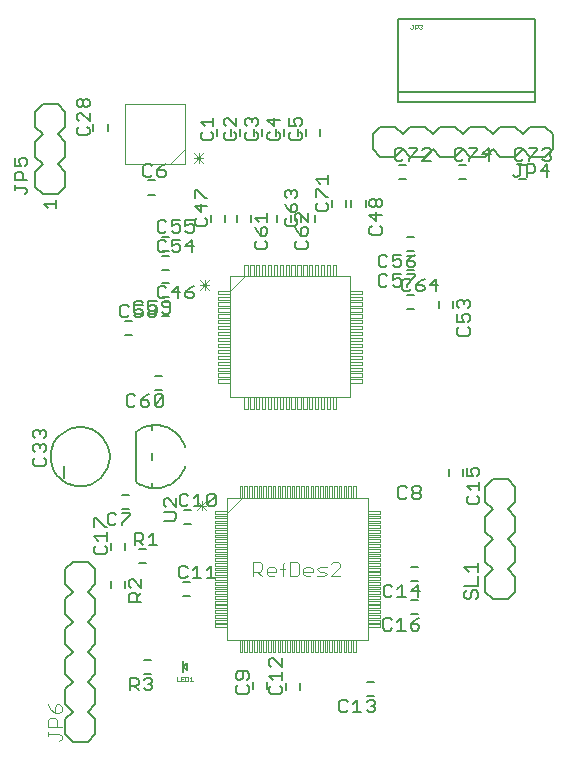
<source format=gto>
G75*
G70*
%OFA0B0*%
%FSLAX24Y24*%
%IPPOS*%
%LPD*%
%AMOC8*
5,1,8,0,0,1.08239X$1,22.5*
%
%ADD10C,0.0000*%
%ADD11C,0.0030*%
%ADD12C,0.0060*%
%ADD13C,0.0080*%
%ADD14C,0.0010*%
%ADD15C,0.0050*%
%ADD16C,0.0040*%
D10*
X006980Y005780D02*
X007380Y005780D01*
X007380Y005870D01*
X006980Y005870D01*
X006980Y005780D01*
X006980Y005930D02*
X007380Y005930D01*
X007380Y006020D01*
X006980Y006020D01*
X006980Y005930D01*
X006980Y006090D02*
X007380Y006090D01*
X007380Y006180D01*
X006980Y006180D01*
X006980Y006090D01*
X006980Y006250D02*
X007380Y006250D01*
X007380Y006340D01*
X006980Y006340D01*
X006980Y006250D01*
X006980Y006410D02*
X007380Y006410D01*
X007380Y006500D01*
X006980Y006500D01*
X006980Y006410D01*
X006980Y006560D02*
X007380Y006560D01*
X007380Y006650D01*
X006980Y006650D01*
X006980Y006560D01*
X006980Y006720D02*
X007380Y006720D01*
X007380Y006810D01*
X006980Y006810D01*
X006980Y006720D01*
X006980Y006880D02*
X007380Y006880D01*
X007380Y006970D01*
X006980Y006970D01*
X006980Y006880D01*
X006980Y007040D02*
X007380Y007040D01*
X007380Y007130D01*
X006980Y007130D01*
X006980Y007040D01*
X006980Y007190D02*
X007380Y007190D01*
X007380Y007280D01*
X006980Y007280D01*
X006980Y007190D01*
X006980Y007350D02*
X007380Y007350D01*
X007380Y007440D01*
X006980Y007440D01*
X006980Y007350D01*
X006980Y007510D02*
X007380Y007510D01*
X007380Y007600D01*
X006980Y007600D01*
X006980Y007510D01*
X006980Y007670D02*
X007380Y007670D01*
X007380Y007760D01*
X006980Y007760D01*
X006980Y007670D01*
X006980Y007820D02*
X007380Y007820D01*
X007380Y007910D01*
X006980Y007910D01*
X006980Y007820D01*
X006980Y007980D02*
X007380Y007980D01*
X007380Y008070D01*
X006980Y008070D01*
X006980Y007980D01*
X006980Y008140D02*
X007380Y008140D01*
X007380Y008230D01*
X006980Y008230D01*
X006980Y008140D01*
X006980Y008290D02*
X007380Y008290D01*
X007380Y008380D01*
X006980Y008380D01*
X006980Y008290D01*
X006980Y008450D02*
X007380Y008450D01*
X007380Y008540D01*
X006980Y008540D01*
X006980Y008450D01*
X006980Y008610D02*
X007380Y008610D01*
X007380Y008700D01*
X006980Y008700D01*
X006980Y008610D01*
X006980Y008770D02*
X007380Y008770D01*
X007380Y008860D01*
X006980Y008860D01*
X006980Y008770D01*
X006980Y008920D02*
X007380Y008920D01*
X007380Y009010D01*
X006980Y009010D01*
X006980Y008920D01*
X006980Y009080D02*
X007380Y009080D01*
X007380Y009170D01*
X006980Y009170D01*
X006980Y009080D01*
X006980Y009240D02*
X007380Y009240D01*
X007380Y009330D01*
X006980Y009330D01*
X006980Y009240D01*
X006980Y009400D02*
X007380Y009400D01*
X007380Y009490D01*
X006980Y009490D01*
X006980Y009400D01*
X006980Y009550D02*
X007380Y009550D01*
X007380Y009570D01*
X007880Y010070D01*
X007900Y010070D01*
X007900Y010470D01*
X007810Y010470D01*
X007810Y010070D01*
X007880Y010070D01*
X007960Y010070D02*
X007960Y010470D01*
X008050Y010470D01*
X008050Y010070D01*
X007960Y010070D01*
X008120Y010070D02*
X008120Y010470D01*
X008210Y010470D01*
X008210Y010070D01*
X008120Y010070D01*
X008280Y010070D02*
X008280Y010470D01*
X008370Y010470D01*
X008370Y010070D01*
X008280Y010070D01*
X008440Y010070D02*
X008440Y010470D01*
X008530Y010470D01*
X008530Y010070D01*
X008440Y010070D01*
X008590Y010070D02*
X008590Y010470D01*
X008680Y010470D01*
X008680Y010070D01*
X008590Y010070D01*
X008750Y010070D02*
X008750Y010470D01*
X008840Y010470D01*
X008840Y010070D01*
X008750Y010070D01*
X008910Y010070D02*
X008910Y010470D01*
X009000Y010470D01*
X009000Y010070D01*
X008910Y010070D01*
X009070Y010070D02*
X009070Y010470D01*
X009160Y010470D01*
X009160Y010070D01*
X009070Y010070D01*
X009220Y010070D02*
X009220Y010470D01*
X009310Y010470D01*
X009310Y010070D01*
X009220Y010070D01*
X009380Y010070D02*
X009380Y010470D01*
X009470Y010470D01*
X009470Y010070D01*
X009380Y010070D01*
X009540Y010070D02*
X009540Y010470D01*
X009630Y010470D01*
X009630Y010070D01*
X009540Y010070D01*
X009700Y010070D02*
X009700Y010470D01*
X009790Y010470D01*
X009790Y010070D01*
X009700Y010070D01*
X009850Y010070D02*
X009850Y010470D01*
X009940Y010470D01*
X009940Y010070D01*
X009850Y010070D01*
X010010Y010070D02*
X010010Y010470D01*
X010100Y010470D01*
X010100Y010070D01*
X010010Y010070D01*
X010170Y010070D02*
X010170Y010470D01*
X010260Y010470D01*
X010260Y010070D01*
X010170Y010070D01*
X010320Y010070D02*
X010320Y010470D01*
X010410Y010470D01*
X010410Y010070D01*
X010320Y010070D01*
X010480Y010070D02*
X010480Y010470D01*
X010570Y010470D01*
X010570Y010070D01*
X010480Y010070D01*
X010640Y010070D02*
X010640Y010470D01*
X010730Y010470D01*
X010730Y010070D01*
X010640Y010070D01*
X010800Y010070D02*
X010800Y010470D01*
X010890Y010470D01*
X010890Y010070D01*
X010800Y010070D01*
X010950Y010070D02*
X010950Y010470D01*
X011040Y010470D01*
X011040Y010070D01*
X010950Y010070D01*
X011110Y010070D02*
X011110Y010470D01*
X011200Y010470D01*
X011200Y010070D01*
X011110Y010070D01*
X011270Y010070D02*
X011270Y010470D01*
X011360Y010470D01*
X011360Y010070D01*
X011270Y010070D01*
X011430Y010070D02*
X011430Y010470D01*
X011520Y010470D01*
X011520Y010070D01*
X011430Y010070D01*
X011580Y010070D02*
X011580Y010470D01*
X011670Y010470D01*
X011670Y010070D01*
X011580Y010070D01*
X012100Y010070D02*
X007380Y010070D01*
X007380Y005350D01*
X012100Y005350D01*
X012100Y010070D01*
X012100Y009640D02*
X012500Y009640D01*
X012500Y009550D01*
X012100Y009550D01*
X012100Y009640D01*
X012100Y009490D02*
X012500Y009490D01*
X012500Y009400D01*
X012100Y009400D01*
X012100Y009490D01*
X012100Y009330D02*
X012500Y009330D01*
X012500Y009240D01*
X012100Y009240D01*
X012100Y009330D01*
X012100Y009170D02*
X012500Y009170D01*
X012500Y009080D01*
X012100Y009080D01*
X012100Y009170D01*
X012100Y009010D02*
X012500Y009010D01*
X012500Y008920D01*
X012100Y008920D01*
X012100Y009010D01*
X012100Y008860D02*
X012500Y008860D01*
X012500Y008770D01*
X012100Y008770D01*
X012100Y008860D01*
X012100Y008700D02*
X012500Y008700D01*
X012500Y008610D01*
X012100Y008610D01*
X012100Y008700D01*
X012100Y008540D02*
X012500Y008540D01*
X012500Y008450D01*
X012100Y008450D01*
X012100Y008540D01*
X012100Y008380D02*
X012500Y008380D01*
X012500Y008290D01*
X012100Y008290D01*
X012100Y008380D01*
X012100Y008230D02*
X012500Y008230D01*
X012500Y008140D01*
X012100Y008140D01*
X012100Y008230D01*
X012100Y008070D02*
X012500Y008070D01*
X012500Y007980D01*
X012100Y007980D01*
X012100Y008070D01*
X012100Y007910D02*
X012500Y007910D01*
X012500Y007820D01*
X012100Y007820D01*
X012100Y007910D01*
X012100Y007750D02*
X012500Y007750D01*
X012500Y007660D01*
X012100Y007660D01*
X012100Y007750D01*
X012100Y007600D02*
X012500Y007600D01*
X012500Y007510D01*
X012100Y007510D01*
X012100Y007600D01*
X012100Y007440D02*
X012500Y007440D01*
X012500Y007350D01*
X012100Y007350D01*
X012100Y007440D01*
X012100Y007280D02*
X012500Y007280D01*
X012500Y007190D01*
X012100Y007190D01*
X012100Y007280D01*
X012100Y007130D02*
X012500Y007130D01*
X012500Y007040D01*
X012100Y007040D01*
X012100Y007130D01*
X012100Y006970D02*
X012500Y006970D01*
X012500Y006880D01*
X012100Y006880D01*
X012100Y006970D01*
X012100Y006810D02*
X012500Y006810D01*
X012500Y006720D01*
X012100Y006720D01*
X012100Y006810D01*
X012100Y006650D02*
X012500Y006650D01*
X012500Y006560D01*
X012100Y006560D01*
X012100Y006650D01*
X012100Y006500D02*
X012500Y006500D01*
X012500Y006410D01*
X012100Y006410D01*
X012100Y006500D01*
X012100Y006340D02*
X012500Y006340D01*
X012500Y006250D01*
X012100Y006250D01*
X012100Y006340D01*
X012100Y006180D02*
X012500Y006180D01*
X012500Y006090D01*
X012100Y006090D01*
X012100Y006180D01*
X012100Y006020D02*
X012500Y006020D01*
X012500Y005930D01*
X012100Y005930D01*
X012100Y006020D01*
X012100Y005870D02*
X012500Y005870D01*
X012500Y005780D01*
X012100Y005780D01*
X012100Y005870D01*
X011670Y005350D02*
X011670Y004950D01*
X011580Y004950D01*
X011580Y005350D01*
X011670Y005350D01*
X011520Y005350D02*
X011520Y004950D01*
X011430Y004950D01*
X011430Y005350D01*
X011520Y005350D01*
X011360Y005350D02*
X011360Y004950D01*
X011270Y004950D01*
X011270Y005350D01*
X011360Y005350D01*
X011200Y005350D02*
X011200Y004950D01*
X011110Y004950D01*
X011110Y005350D01*
X011200Y005350D01*
X011040Y005350D02*
X011040Y004950D01*
X010950Y004950D01*
X010950Y005350D01*
X011040Y005350D01*
X010890Y005350D02*
X010890Y004950D01*
X010800Y004950D01*
X010800Y005350D01*
X010890Y005350D01*
X010730Y005350D02*
X010730Y004950D01*
X010640Y004950D01*
X010640Y005350D01*
X010730Y005350D01*
X010570Y005350D02*
X010570Y004950D01*
X010480Y004950D01*
X010480Y005350D01*
X010570Y005350D01*
X010410Y005350D02*
X010410Y004950D01*
X010320Y004950D01*
X010320Y005350D01*
X010410Y005350D01*
X010260Y005350D02*
X010260Y004950D01*
X010170Y004950D01*
X010170Y005350D01*
X010260Y005350D01*
X010100Y005350D02*
X010100Y004950D01*
X010010Y004950D01*
X010010Y005350D01*
X010100Y005350D01*
X009940Y005350D02*
X009940Y004950D01*
X009850Y004950D01*
X009850Y005350D01*
X009940Y005350D01*
X009780Y005350D02*
X009780Y004950D01*
X009690Y004950D01*
X009690Y005350D01*
X009780Y005350D01*
X009630Y005350D02*
X009630Y004950D01*
X009540Y004950D01*
X009540Y005350D01*
X009630Y005350D01*
X009470Y005350D02*
X009470Y004950D01*
X009380Y004950D01*
X009380Y005350D01*
X009470Y005350D01*
X009310Y005350D02*
X009310Y004950D01*
X009220Y004950D01*
X009220Y005350D01*
X009310Y005350D01*
X009160Y005350D02*
X009160Y004950D01*
X009070Y004950D01*
X009070Y005350D01*
X009160Y005350D01*
X009000Y005350D02*
X009000Y004950D01*
X008910Y004950D01*
X008910Y005350D01*
X009000Y005350D01*
X008840Y005350D02*
X008840Y004950D01*
X008750Y004950D01*
X008750Y005350D01*
X008840Y005350D01*
X008680Y005350D02*
X008680Y004950D01*
X008590Y004950D01*
X008590Y005350D01*
X008680Y005350D01*
X008530Y005350D02*
X008530Y004950D01*
X008440Y004950D01*
X008440Y005350D01*
X008530Y005350D01*
X008370Y005350D02*
X008370Y004950D01*
X008280Y004950D01*
X008280Y005350D01*
X008370Y005350D01*
X008210Y005350D02*
X008210Y004950D01*
X008120Y004950D01*
X008120Y005350D01*
X008210Y005350D01*
X008050Y005350D02*
X008050Y004950D01*
X007960Y004950D01*
X007960Y005350D01*
X008050Y005350D01*
X007900Y005350D02*
X007900Y004950D01*
X007810Y004950D01*
X007810Y005350D01*
X007900Y005350D01*
X007380Y009570D02*
X007380Y009640D01*
X006980Y009640D01*
X006980Y009550D01*
X007960Y013060D02*
X008070Y013060D01*
X008070Y013450D01*
X007960Y013450D01*
X007960Y013060D01*
X008160Y013060D02*
X008160Y013450D01*
X008270Y013450D01*
X008270Y013060D01*
X008160Y013060D01*
X008350Y013060D02*
X008460Y013060D01*
X008460Y013450D01*
X008350Y013450D01*
X008350Y013060D01*
X008550Y013060D02*
X008550Y013450D01*
X008660Y013450D01*
X008660Y013060D01*
X008550Y013060D01*
X008750Y013060D02*
X008750Y013450D01*
X008860Y013450D01*
X008860Y013060D01*
X008750Y013060D01*
X008940Y013060D02*
X008940Y013450D01*
X009050Y013450D01*
X009050Y013060D01*
X008940Y013060D01*
X009140Y013060D02*
X009140Y013450D01*
X009250Y013450D01*
X009250Y013060D01*
X009140Y013060D01*
X009340Y013060D02*
X009340Y013450D01*
X009450Y013450D01*
X009450Y013060D01*
X009340Y013060D01*
X009530Y013060D02*
X009530Y013450D01*
X009640Y013450D01*
X009640Y013060D01*
X009530Y013060D01*
X009730Y013060D02*
X009730Y013450D01*
X009840Y013450D01*
X009840Y013060D01*
X009730Y013060D01*
X009930Y013060D02*
X009930Y013450D01*
X010040Y013450D01*
X010040Y013060D01*
X009930Y013060D01*
X010120Y013060D02*
X010120Y013450D01*
X010230Y013450D01*
X010230Y013060D01*
X010120Y013060D01*
X010320Y013060D02*
X010320Y013450D01*
X010430Y013450D01*
X010430Y013060D01*
X010320Y013060D01*
X010520Y013060D02*
X010520Y013450D01*
X010630Y013450D01*
X010630Y013060D01*
X010520Y013060D01*
X010710Y013060D02*
X010710Y013450D01*
X010820Y013450D01*
X010820Y013060D01*
X010710Y013060D01*
X010910Y013060D02*
X010910Y013450D01*
X011020Y013450D01*
X011020Y013060D01*
X010910Y013060D01*
X011500Y013450D02*
X011500Y017470D01*
X007480Y017470D01*
X007480Y013450D01*
X011500Y013450D01*
X011500Y013930D02*
X011890Y013930D01*
X011890Y014040D01*
X011500Y014040D01*
X011500Y013930D01*
X011500Y014130D02*
X011890Y014130D01*
X011890Y014240D01*
X011500Y014240D01*
X011500Y014130D01*
X011500Y014320D02*
X011890Y014320D01*
X011890Y014430D01*
X011500Y014430D01*
X011500Y014320D01*
X011500Y014520D02*
X011890Y014520D01*
X011890Y014630D01*
X011500Y014630D01*
X011500Y014520D01*
X011500Y014720D02*
X011890Y014720D01*
X011890Y014830D01*
X011500Y014830D01*
X011500Y014720D01*
X011500Y014910D02*
X011890Y014910D01*
X011890Y015020D01*
X011500Y015020D01*
X011500Y014910D01*
X011500Y015110D02*
X011890Y015110D01*
X011890Y015220D01*
X011500Y015220D01*
X011500Y015110D01*
X011500Y015310D02*
X011890Y015310D01*
X011890Y015420D01*
X011500Y015420D01*
X011500Y015310D01*
X011500Y015500D02*
X011890Y015500D01*
X011890Y015610D01*
X011500Y015610D01*
X011500Y015500D01*
X011500Y015700D02*
X011890Y015700D01*
X011890Y015810D01*
X011500Y015810D01*
X011500Y015700D01*
X011500Y015900D02*
X011890Y015900D01*
X011890Y016010D01*
X011500Y016010D01*
X011500Y015900D01*
X011500Y016090D02*
X011890Y016090D01*
X011890Y016200D01*
X011500Y016200D01*
X011500Y016090D01*
X011500Y016290D02*
X011890Y016290D01*
X011890Y016400D01*
X011500Y016400D01*
X011500Y016290D01*
X011500Y016490D02*
X011890Y016490D01*
X011890Y016600D01*
X011500Y016600D01*
X011500Y016490D01*
X011500Y016680D02*
X011890Y016680D01*
X011890Y016790D01*
X011500Y016790D01*
X011500Y016680D01*
X011500Y016880D02*
X011890Y016880D01*
X011890Y016990D01*
X011500Y016990D01*
X011500Y016880D01*
X011020Y017470D02*
X011020Y017860D01*
X010910Y017860D01*
X010910Y017470D01*
X011020Y017470D01*
X010820Y017470D02*
X010820Y017860D01*
X010710Y017860D01*
X010710Y017470D01*
X010820Y017470D01*
X010630Y017470D02*
X010630Y017860D01*
X010520Y017860D01*
X010520Y017470D01*
X010630Y017470D01*
X010430Y017470D02*
X010430Y017860D01*
X010320Y017860D01*
X010320Y017470D01*
X010430Y017470D01*
X010230Y017470D02*
X010230Y017860D01*
X010120Y017860D01*
X010120Y017470D01*
X010230Y017470D01*
X010040Y017470D02*
X010040Y017860D01*
X009930Y017860D01*
X009930Y017470D01*
X010040Y017470D01*
X009840Y017470D02*
X009840Y017860D01*
X009730Y017860D01*
X009730Y017470D01*
X009840Y017470D01*
X009640Y017470D02*
X009640Y017860D01*
X009530Y017860D01*
X009530Y017470D01*
X009640Y017470D01*
X009450Y017470D02*
X009450Y017860D01*
X009340Y017860D01*
X009340Y017470D01*
X009450Y017470D01*
X009250Y017470D02*
X009250Y017860D01*
X009140Y017860D01*
X009140Y017470D01*
X009250Y017470D01*
X009050Y017470D02*
X009050Y017860D01*
X008940Y017860D01*
X008940Y017470D01*
X009050Y017470D01*
X008860Y017470D02*
X008860Y017860D01*
X008750Y017860D01*
X008750Y017470D01*
X008860Y017470D01*
X008660Y017470D02*
X008660Y017860D01*
X008550Y017860D01*
X008550Y017470D01*
X008660Y017470D01*
X008460Y017470D02*
X008460Y017860D01*
X008350Y017860D01*
X008350Y017470D01*
X008460Y017470D01*
X008270Y017470D02*
X008270Y017860D01*
X008160Y017860D01*
X008160Y017470D01*
X008270Y017470D01*
X008070Y017470D02*
X008070Y017860D01*
X007960Y017860D01*
X007960Y017470D01*
X007980Y017470D01*
X007480Y016970D01*
X007480Y016990D01*
X007090Y016990D01*
X007090Y016880D01*
X007480Y016880D01*
X007480Y016970D01*
X007480Y016790D02*
X007090Y016790D01*
X007090Y016680D01*
X007480Y016680D01*
X007480Y016790D01*
X007480Y016600D02*
X007090Y016600D01*
X007090Y016490D01*
X007480Y016490D01*
X007480Y016600D01*
X007480Y016400D02*
X007090Y016400D01*
X007090Y016290D01*
X007480Y016290D01*
X007480Y016400D01*
X007480Y016200D02*
X007090Y016200D01*
X007090Y016090D01*
X007480Y016090D01*
X007480Y016200D01*
X007480Y016010D02*
X007090Y016010D01*
X007090Y015900D01*
X007480Y015900D01*
X007480Y016010D01*
X007480Y015810D02*
X007090Y015810D01*
X007090Y015700D01*
X007480Y015700D01*
X007480Y015810D01*
X007480Y015610D02*
X007090Y015610D01*
X007090Y015500D01*
X007480Y015500D01*
X007480Y015610D01*
X007480Y015420D02*
X007090Y015420D01*
X007090Y015310D01*
X007480Y015310D01*
X007480Y015420D01*
X007480Y015220D02*
X007090Y015220D01*
X007090Y015110D01*
X007480Y015110D01*
X007480Y015220D01*
X007480Y015020D02*
X007090Y015020D01*
X007090Y014910D01*
X007480Y014910D01*
X007480Y015020D01*
X007480Y014830D02*
X007090Y014830D01*
X007090Y014720D01*
X007480Y014720D01*
X007480Y014830D01*
X007480Y014630D02*
X007090Y014630D01*
X007090Y014520D01*
X007480Y014520D01*
X007480Y014630D01*
X007480Y014430D02*
X007090Y014430D01*
X007090Y014320D01*
X007480Y014320D01*
X007480Y014430D01*
X007480Y014240D02*
X007090Y014240D01*
X007090Y014130D01*
X007480Y014130D01*
X007480Y014240D01*
X007480Y014040D02*
X007090Y014040D01*
X007090Y013930D01*
X007480Y013930D01*
X007480Y014040D01*
X007980Y017470D02*
X008070Y017470D01*
X006000Y021200D02*
X006000Y023220D01*
X003980Y023220D01*
X003980Y021200D01*
X006000Y021200D01*
X006000Y021620D02*
X006000Y021770D01*
X006000Y021700D02*
X005500Y021200D01*
X005430Y021200D02*
X005580Y021200D01*
X005320Y021200D02*
X005170Y021200D01*
X005060Y021200D02*
X004920Y021200D01*
X004810Y021200D02*
X004660Y021200D01*
X004550Y021200D02*
X004400Y021200D01*
X003980Y021620D02*
X003980Y021770D01*
X003980Y021880D02*
X003980Y022030D01*
X003980Y022140D02*
X003980Y022280D01*
X003980Y022390D02*
X003980Y022540D01*
X003980Y022650D02*
X003980Y022800D01*
X004400Y023220D02*
X004550Y023220D01*
X004660Y023220D02*
X004810Y023220D01*
X004920Y023220D02*
X005060Y023220D01*
X005170Y023220D02*
X005320Y023220D01*
X005430Y023220D02*
X005580Y023220D01*
X006000Y022800D02*
X006000Y022650D01*
X006000Y022540D02*
X006000Y022390D01*
X006000Y022280D02*
X006000Y022140D01*
X006000Y022030D02*
X006000Y021880D01*
D11*
X006281Y021577D02*
X006595Y021263D01*
X006595Y021420D02*
X006281Y021420D01*
X006281Y021263D02*
X006595Y021577D01*
X006438Y021577D02*
X006438Y021263D01*
X006485Y017337D02*
X006799Y017023D01*
X006642Y017023D02*
X006642Y017337D01*
X006799Y017337D02*
X006485Y017023D01*
X006485Y017180D02*
X006799Y017180D01*
X006699Y009987D02*
X006385Y009673D01*
X006542Y009673D02*
X006542Y009987D01*
X006385Y009987D02*
X006699Y009673D01*
X006699Y009830D02*
X006385Y009830D01*
X008245Y007945D02*
X008245Y007475D01*
X008245Y007632D02*
X008480Y007632D01*
X008559Y007710D01*
X008559Y007867D01*
X008480Y007945D01*
X008245Y007945D01*
X008402Y007632D02*
X008559Y007475D01*
X008705Y007553D02*
X008705Y007710D01*
X008784Y007789D01*
X008941Y007789D01*
X009019Y007710D01*
X009019Y007632D01*
X008705Y007632D01*
X008705Y007553D02*
X008784Y007475D01*
X008941Y007475D01*
X009244Y007475D02*
X009244Y007867D01*
X009323Y007945D01*
X009473Y007945D02*
X009708Y007945D01*
X009786Y007867D01*
X009786Y007553D01*
X009708Y007475D01*
X009473Y007475D01*
X009473Y007945D01*
X009323Y007710D02*
X009166Y007710D01*
X009933Y007710D02*
X010012Y007789D01*
X010168Y007789D01*
X010247Y007710D01*
X010247Y007632D01*
X009933Y007632D01*
X009933Y007710D02*
X009933Y007553D01*
X010012Y007475D01*
X010168Y007475D01*
X010393Y007475D02*
X010629Y007475D01*
X010707Y007553D01*
X010629Y007632D01*
X010472Y007632D01*
X010393Y007710D01*
X010472Y007789D01*
X010707Y007789D01*
X010854Y007867D02*
X010932Y007945D01*
X011089Y007945D01*
X011167Y007867D01*
X011167Y007789D01*
X010854Y007475D01*
X011167Y007475D01*
D12*
X013532Y007324D02*
X013768Y007324D01*
X013768Y007796D02*
X013532Y007796D01*
X013522Y006686D02*
X013758Y006686D01*
X013758Y006214D02*
X013522Y006214D01*
X012288Y003956D02*
X012052Y003956D01*
X012052Y003484D02*
X012288Y003484D01*
X009816Y003682D02*
X009816Y003918D01*
X009344Y003918D02*
X009344Y003682D01*
X008716Y003702D02*
X008716Y003938D01*
X008244Y003938D02*
X008244Y003702D01*
X006168Y006804D02*
X005932Y006804D01*
X005932Y007276D02*
X006168Y007276D01*
X004688Y007904D02*
X004452Y007904D01*
X004452Y008376D02*
X004688Y008376D01*
X003976Y008342D02*
X003976Y008578D01*
X003504Y008578D02*
X003504Y008342D01*
X003504Y007328D02*
X003504Y007092D01*
X003976Y007092D02*
X003976Y007328D01*
X003872Y009724D02*
X004108Y009724D01*
X004108Y010196D02*
X003872Y010196D01*
X005952Y009676D02*
X006188Y009676D01*
X006188Y009204D02*
X005952Y009204D01*
X005208Y013674D02*
X004972Y013674D01*
X004972Y014146D02*
X005208Y014146D01*
X004208Y015504D02*
X003972Y015504D01*
X003972Y015976D02*
X004208Y015976D01*
X005222Y016134D02*
X005458Y016134D01*
X005458Y016606D02*
X005222Y016606D01*
X005222Y016774D02*
X005458Y016774D01*
X005458Y017246D02*
X005222Y017246D01*
X005222Y017674D02*
X005458Y017674D01*
X005458Y018146D02*
X005222Y018146D01*
X005222Y018324D02*
X005458Y018324D01*
X005458Y018796D02*
X005222Y018796D01*
X004978Y020194D02*
X004742Y020194D01*
X004742Y020666D02*
X004978Y020666D01*
X003406Y022322D02*
X003406Y022558D01*
X002934Y022558D02*
X002934Y022322D01*
X006854Y019528D02*
X006854Y019292D01*
X007326Y019292D02*
X007326Y019528D01*
X007704Y019528D02*
X007704Y019292D01*
X008176Y019292D02*
X008176Y019528D01*
X009054Y019528D02*
X009054Y019292D01*
X009526Y019292D02*
X009526Y019528D01*
X009854Y019528D02*
X009854Y019292D01*
X010326Y019292D02*
X010326Y019528D01*
X010894Y019782D02*
X010894Y020018D01*
X011366Y020018D02*
X011366Y019782D01*
X011534Y019782D02*
X011534Y020018D01*
X012006Y020018D02*
X012006Y019782D01*
X013122Y020724D02*
X013358Y020724D01*
X013358Y021196D02*
X013122Y021196D01*
X013372Y018796D02*
X013608Y018796D01*
X013608Y018324D02*
X013372Y018324D01*
X013372Y018146D02*
X013608Y018146D01*
X013608Y017674D02*
X013372Y017674D01*
X013372Y016846D02*
X013608Y016846D01*
X013608Y016374D02*
X013372Y016374D01*
X014464Y016412D02*
X014464Y016648D01*
X014936Y016648D02*
X014936Y016412D01*
X015122Y020724D02*
X015358Y020724D01*
X015358Y021196D02*
X015122Y021196D01*
X017122Y021196D02*
X017358Y021196D01*
X017358Y020724D02*
X017122Y020724D01*
X010486Y022152D02*
X010486Y022388D01*
X010014Y022388D02*
X010014Y022152D01*
X009756Y022152D02*
X009756Y022388D01*
X009284Y022388D02*
X009284Y022152D01*
X009016Y022152D02*
X009016Y022388D01*
X008544Y022388D02*
X008544Y022152D01*
X008296Y022152D02*
X008296Y022388D01*
X007824Y022388D02*
X007824Y022152D01*
X007536Y022152D02*
X007536Y022388D01*
X007064Y022388D02*
X007064Y022152D01*
X014774Y011038D02*
X014774Y010802D01*
X015246Y010802D02*
X015246Y011038D01*
X004858Y004696D02*
X004622Y004696D01*
X004622Y004224D02*
X004858Y004224D01*
D13*
X004830Y004095D02*
X004900Y004025D01*
X004900Y003955D01*
X004830Y003885D01*
X004900Y003815D01*
X004900Y003745D01*
X004830Y003675D01*
X004690Y003675D01*
X004620Y003745D01*
X004439Y003675D02*
X004299Y003815D01*
X004369Y003815D02*
X004159Y003815D01*
X004159Y003675D02*
X004159Y004095D01*
X004369Y004095D01*
X004439Y004025D01*
X004439Y003885D01*
X004369Y003815D01*
X004620Y004025D02*
X004690Y004095D01*
X004830Y004095D01*
X004830Y003885D02*
X004760Y003885D01*
X002990Y003710D02*
X002990Y003210D01*
X002740Y002960D01*
X002990Y002710D01*
X002990Y002210D01*
X002740Y001960D01*
X002240Y001960D01*
X001990Y002210D01*
X001990Y002710D01*
X002240Y002960D01*
X001990Y003210D01*
X001990Y003710D01*
X002240Y003960D01*
X001990Y004210D01*
X001990Y004710D01*
X002240Y004960D01*
X001990Y005210D01*
X001990Y005710D01*
X002240Y005960D01*
X001990Y006210D01*
X001990Y006710D01*
X002240Y006960D01*
X001990Y007210D01*
X001990Y007710D01*
X002240Y007960D01*
X002740Y007960D01*
X002990Y007710D01*
X002990Y007210D01*
X002740Y006960D01*
X002990Y006710D01*
X002990Y006210D01*
X002740Y005960D01*
X002990Y005710D01*
X002990Y005210D01*
X002740Y004960D01*
X002990Y004710D01*
X002990Y004210D01*
X002740Y003960D01*
X002990Y003710D01*
X004105Y006629D02*
X004105Y006839D01*
X004175Y006909D01*
X004315Y006909D01*
X004385Y006839D01*
X004385Y006629D01*
X004525Y006629D02*
X004105Y006629D01*
X004385Y006769D02*
X004525Y006909D01*
X004525Y007090D02*
X004245Y007370D01*
X004175Y007370D01*
X004105Y007300D01*
X004105Y007160D01*
X004175Y007090D01*
X004525Y007090D02*
X004525Y007370D01*
X004590Y008505D02*
X004450Y008645D01*
X004520Y008645D02*
X004310Y008645D01*
X004310Y008505D02*
X004310Y008925D01*
X004520Y008925D01*
X004590Y008855D01*
X004590Y008715D01*
X004520Y008645D01*
X004770Y008505D02*
X005051Y008505D01*
X004911Y008505D02*
X004911Y008925D01*
X004770Y008785D01*
X005280Y009329D02*
X005630Y009329D01*
X005700Y009399D01*
X005700Y009539D01*
X005630Y009609D01*
X005280Y009609D01*
X005350Y009790D02*
X005280Y009860D01*
X005280Y010000D01*
X005350Y010070D01*
X005420Y010070D01*
X005700Y009790D01*
X005700Y010070D01*
X005810Y010155D02*
X005810Y009875D01*
X005880Y009805D01*
X006020Y009805D01*
X006090Y009875D01*
X006270Y009805D02*
X006551Y009805D01*
X006411Y009805D02*
X006411Y010225D01*
X006270Y010085D01*
X006090Y010155D02*
X006020Y010225D01*
X005880Y010225D01*
X005810Y010155D01*
X006731Y010155D02*
X006731Y009875D01*
X007011Y010155D01*
X007011Y009875D01*
X006941Y009805D01*
X006801Y009805D01*
X006731Y009875D01*
X006731Y010155D02*
X006801Y010225D01*
X006941Y010225D01*
X007011Y010155D01*
X006851Y007825D02*
X006851Y007405D01*
X006711Y007405D02*
X006991Y007405D01*
X006711Y007685D02*
X006851Y007825D01*
X006391Y007825D02*
X006391Y007405D01*
X006531Y007405D02*
X006250Y007405D01*
X006070Y007475D02*
X006000Y007405D01*
X005860Y007405D01*
X005790Y007475D01*
X005790Y007755D01*
X005860Y007825D01*
X006000Y007825D01*
X006070Y007755D01*
X006250Y007685D02*
X006391Y007825D01*
X004150Y009525D02*
X003870Y009245D01*
X003870Y009175D01*
X003689Y009245D02*
X003619Y009175D01*
X003479Y009175D01*
X003409Y009245D01*
X003409Y009525D01*
X003479Y009595D01*
X003619Y009595D01*
X003689Y009525D01*
X003870Y009595D02*
X004150Y009595D01*
X004150Y009525D01*
X003375Y009121D02*
X003305Y009121D01*
X003025Y009401D01*
X002955Y009401D01*
X002955Y009121D01*
X002955Y008801D02*
X003375Y008801D01*
X003375Y008941D02*
X003375Y008660D01*
X003305Y008480D02*
X003375Y008410D01*
X003375Y008270D01*
X003305Y008200D01*
X003025Y008200D01*
X002955Y008270D01*
X002955Y008410D01*
X003025Y008480D01*
X003095Y008660D02*
X002955Y008801D01*
X001940Y010760D02*
X001940Y011160D01*
X001350Y011220D02*
X001350Y011360D01*
X001280Y011430D01*
X001280Y011610D02*
X001350Y011680D01*
X001350Y011821D01*
X001280Y011891D01*
X001210Y011891D01*
X001140Y011821D01*
X001140Y011751D01*
X001140Y011821D02*
X001070Y011891D01*
X001000Y011891D01*
X000930Y011821D01*
X000930Y011680D01*
X001000Y011610D01*
X001000Y011430D02*
X000930Y011360D01*
X000930Y011220D01*
X001000Y011150D01*
X001280Y011150D01*
X001350Y011220D01*
X001280Y012071D02*
X001350Y012141D01*
X001350Y012281D01*
X001280Y012351D01*
X001210Y012351D01*
X001140Y012281D01*
X001140Y012211D01*
X001140Y012281D02*
X001070Y012351D01*
X001000Y012351D01*
X000930Y012281D01*
X000930Y012141D01*
X001000Y012071D01*
X001506Y011460D02*
X001508Y011522D01*
X001514Y011585D01*
X001524Y011646D01*
X001538Y011707D01*
X001555Y011767D01*
X001576Y011826D01*
X001602Y011883D01*
X001630Y011938D01*
X001662Y011992D01*
X001698Y012043D01*
X001736Y012093D01*
X001778Y012139D01*
X001822Y012183D01*
X001870Y012224D01*
X001919Y012262D01*
X001971Y012296D01*
X002025Y012327D01*
X002081Y012355D01*
X002139Y012379D01*
X002198Y012400D01*
X002258Y012416D01*
X002319Y012429D01*
X002381Y012438D01*
X002443Y012443D01*
X002506Y012444D01*
X002568Y012441D01*
X002630Y012434D01*
X002692Y012423D01*
X002752Y012408D01*
X002812Y012390D01*
X002870Y012368D01*
X002927Y012342D01*
X002982Y012312D01*
X003035Y012279D01*
X003086Y012243D01*
X003134Y012204D01*
X003180Y012161D01*
X003223Y012116D01*
X003263Y012068D01*
X003300Y012018D01*
X003334Y011965D01*
X003365Y011911D01*
X003391Y011855D01*
X003415Y011797D01*
X003434Y011737D01*
X003450Y011677D01*
X003462Y011615D01*
X003470Y011554D01*
X003474Y011491D01*
X003474Y011429D01*
X003470Y011366D01*
X003462Y011305D01*
X003450Y011243D01*
X003434Y011183D01*
X003415Y011123D01*
X003391Y011065D01*
X003365Y011009D01*
X003334Y010955D01*
X003300Y010902D01*
X003263Y010852D01*
X003223Y010804D01*
X003180Y010759D01*
X003134Y010716D01*
X003086Y010677D01*
X003035Y010641D01*
X002982Y010608D01*
X002927Y010578D01*
X002870Y010552D01*
X002812Y010530D01*
X002752Y010512D01*
X002692Y010497D01*
X002630Y010486D01*
X002568Y010479D01*
X002506Y010476D01*
X002443Y010477D01*
X002381Y010482D01*
X002319Y010491D01*
X002258Y010504D01*
X002198Y010520D01*
X002139Y010541D01*
X002081Y010565D01*
X002025Y010593D01*
X001971Y010624D01*
X001919Y010658D01*
X001870Y010696D01*
X001822Y010737D01*
X001778Y010781D01*
X001736Y010827D01*
X001698Y010877D01*
X001662Y010928D01*
X001630Y010982D01*
X001602Y011037D01*
X001576Y011094D01*
X001555Y011153D01*
X001538Y011213D01*
X001524Y011274D01*
X001514Y011335D01*
X001508Y011398D01*
X001506Y011460D01*
X004049Y013195D02*
X004119Y013125D01*
X004259Y013125D01*
X004329Y013195D01*
X004509Y013195D02*
X004509Y013335D01*
X004719Y013335D01*
X004789Y013265D01*
X004789Y013195D01*
X004719Y013125D01*
X004579Y013125D01*
X004509Y013195D01*
X004509Y013335D02*
X004649Y013475D01*
X004789Y013545D01*
X004970Y013475D02*
X005040Y013545D01*
X005180Y013545D01*
X005250Y013475D01*
X004970Y013195D01*
X005040Y013125D01*
X005180Y013125D01*
X005250Y013195D01*
X005250Y013475D01*
X004970Y013475D02*
X004970Y013195D01*
X004329Y013475D02*
X004259Y013545D01*
X004119Y013545D01*
X004049Y013475D01*
X004049Y013195D01*
X004040Y016105D02*
X003900Y016105D01*
X003830Y016175D01*
X003830Y016455D01*
X003900Y016525D01*
X004040Y016525D01*
X004110Y016455D01*
X004290Y016525D02*
X004290Y016315D01*
X004431Y016385D01*
X004501Y016385D01*
X004571Y016315D01*
X004571Y016175D01*
X004501Y016105D01*
X004360Y016105D01*
X004290Y016175D01*
X004369Y016225D02*
X004509Y016225D01*
X004579Y016295D01*
X004751Y016245D02*
X004821Y016315D01*
X004961Y016315D01*
X005031Y016245D01*
X005031Y016175D01*
X004961Y016105D01*
X004821Y016105D01*
X004751Y016175D01*
X004751Y016245D01*
X004759Y016295D02*
X004829Y016225D01*
X004969Y016225D01*
X005039Y016295D01*
X005039Y016435D01*
X004969Y016505D01*
X004899Y016505D01*
X004759Y016435D01*
X004759Y016645D01*
X005039Y016645D01*
X004961Y016525D02*
X005031Y016455D01*
X005031Y016385D01*
X004961Y016315D01*
X004821Y016315D02*
X004751Y016385D01*
X004751Y016455D01*
X004821Y016525D01*
X004961Y016525D01*
X005150Y016735D02*
X005290Y016735D01*
X005360Y016805D01*
X005430Y016645D02*
X005290Y016645D01*
X005220Y016575D01*
X005220Y016505D01*
X005290Y016435D01*
X005500Y016435D01*
X005500Y016295D02*
X005500Y016575D01*
X005430Y016645D01*
X005540Y016945D02*
X005821Y016945D01*
X006001Y016945D02*
X006141Y017085D01*
X006281Y017155D01*
X006211Y016945D02*
X006001Y016945D01*
X006001Y016805D01*
X006071Y016735D01*
X006211Y016735D01*
X006281Y016805D01*
X006281Y016875D01*
X006211Y016945D01*
X005751Y016735D02*
X005751Y017155D01*
X005540Y016945D01*
X005360Y017085D02*
X005290Y017155D01*
X005150Y017155D01*
X005080Y017085D01*
X005080Y016805D01*
X005150Y016735D01*
X005220Y016295D02*
X005290Y016225D01*
X005430Y016225D01*
X005500Y016295D01*
X004579Y016575D02*
X004509Y016645D01*
X004369Y016645D01*
X004299Y016575D01*
X004299Y016295D01*
X004369Y016225D01*
X004110Y016175D02*
X004040Y016105D01*
X004290Y016525D02*
X004571Y016525D01*
X005150Y018275D02*
X005290Y018275D01*
X005360Y018345D01*
X005540Y018345D02*
X005610Y018275D01*
X005751Y018275D01*
X005821Y018345D01*
X005821Y018485D01*
X005751Y018555D01*
X005681Y018555D01*
X005540Y018485D01*
X005540Y018695D01*
X005821Y018695D01*
X005751Y018925D02*
X005610Y018925D01*
X005540Y018995D01*
X005540Y019135D02*
X005681Y019205D01*
X005751Y019205D01*
X005821Y019135D01*
X005821Y018995D01*
X005751Y018925D01*
X005540Y019135D02*
X005540Y019345D01*
X005821Y019345D01*
X006001Y019345D02*
X006001Y019135D01*
X006141Y019205D01*
X006211Y019205D01*
X006281Y019135D01*
X006281Y018995D01*
X006211Y018925D01*
X006071Y018925D01*
X006001Y018995D01*
X006001Y019345D02*
X006281Y019345D01*
X006305Y019360D02*
X006305Y019220D01*
X006375Y019150D01*
X006655Y019150D01*
X006725Y019220D01*
X006725Y019360D01*
X006655Y019430D01*
X006515Y019610D02*
X006515Y019891D01*
X006725Y019821D02*
X006305Y019821D01*
X006515Y019610D01*
X006375Y019430D02*
X006305Y019360D01*
X006211Y018695D02*
X006001Y018485D01*
X006281Y018485D01*
X006211Y018275D02*
X006211Y018695D01*
X005360Y018625D02*
X005290Y018695D01*
X005150Y018695D01*
X005080Y018625D01*
X005080Y018345D01*
X005150Y018275D01*
X005150Y018925D02*
X005290Y018925D01*
X005360Y018995D01*
X005150Y018925D02*
X005080Y018995D01*
X005080Y019275D01*
X005150Y019345D01*
X005290Y019345D01*
X005360Y019275D01*
X006305Y020071D02*
X006305Y020351D01*
X006375Y020351D01*
X006655Y020071D01*
X006725Y020071D01*
X005341Y020865D02*
X005341Y020935D01*
X005271Y021005D01*
X005060Y021005D01*
X005060Y020865D01*
X005130Y020795D01*
X005271Y020795D01*
X005341Y020865D01*
X005201Y021145D02*
X005060Y021005D01*
X005201Y021145D02*
X005341Y021215D01*
X004880Y021145D02*
X004810Y021215D01*
X004670Y021215D01*
X004600Y021145D01*
X004600Y020865D01*
X004670Y020795D01*
X004810Y020795D01*
X004880Y020865D01*
X006515Y022080D02*
X006585Y022010D01*
X006865Y022010D01*
X006935Y022080D01*
X006935Y022220D01*
X006865Y022290D01*
X006935Y022470D02*
X006935Y022751D01*
X006935Y022611D02*
X006515Y022611D01*
X006655Y022470D01*
X006585Y022290D02*
X006515Y022220D01*
X006515Y022080D01*
X007275Y022080D02*
X007345Y022010D01*
X007625Y022010D01*
X007695Y022080D01*
X007695Y022220D01*
X007625Y022290D01*
X007695Y022470D02*
X007415Y022751D01*
X007345Y022751D01*
X007275Y022681D01*
X007275Y022540D01*
X007345Y022470D01*
X007345Y022290D02*
X007275Y022220D01*
X007275Y022080D01*
X007695Y022470D02*
X007695Y022751D01*
X007995Y022681D02*
X007995Y022540D01*
X008065Y022470D01*
X008065Y022290D02*
X007995Y022220D01*
X007995Y022080D01*
X008065Y022010D01*
X008345Y022010D01*
X008415Y022080D01*
X008415Y022220D01*
X008345Y022290D01*
X008345Y022470D02*
X008415Y022540D01*
X008415Y022681D01*
X008345Y022751D01*
X008275Y022751D01*
X008205Y022681D01*
X008205Y022611D01*
X008205Y022681D02*
X008135Y022751D01*
X008065Y022751D01*
X007995Y022681D01*
X008735Y022681D02*
X008945Y022470D01*
X008945Y022751D01*
X009155Y022681D02*
X008735Y022681D01*
X008805Y022290D02*
X008735Y022220D01*
X008735Y022080D01*
X008805Y022010D01*
X009085Y022010D01*
X009155Y022080D01*
X009155Y022220D01*
X009085Y022290D01*
X009465Y022220D02*
X009465Y022080D01*
X009535Y022010D01*
X009815Y022010D01*
X009885Y022080D01*
X009885Y022220D01*
X009815Y022290D01*
X009815Y022470D02*
X009885Y022540D01*
X009885Y022681D01*
X009815Y022751D01*
X009675Y022751D01*
X009605Y022681D01*
X009605Y022611D01*
X009675Y022470D01*
X009465Y022470D01*
X009465Y022751D01*
X009535Y022290D02*
X009465Y022220D01*
X010345Y020701D02*
X010765Y020701D01*
X010765Y020561D02*
X010765Y020841D01*
X010485Y020561D02*
X010345Y020701D01*
X010345Y020381D02*
X010415Y020381D01*
X010695Y020100D01*
X010765Y020100D01*
X010695Y019920D02*
X010765Y019850D01*
X010765Y019710D01*
X010695Y019640D01*
X010415Y019640D01*
X010345Y019710D01*
X010345Y019850D01*
X010415Y019920D01*
X010345Y020100D02*
X010345Y020381D01*
X009725Y020281D02*
X009725Y020141D01*
X009655Y020071D01*
X009655Y019891D02*
X009585Y019891D01*
X009515Y019821D01*
X009515Y019610D01*
X009655Y019610D01*
X009725Y019680D01*
X009725Y019821D01*
X009655Y019891D01*
X009375Y019751D02*
X009515Y019610D01*
X009655Y019500D02*
X009655Y019360D01*
X009725Y019290D01*
X009725Y019220D02*
X009725Y019360D01*
X009655Y019430D01*
X009655Y019500D02*
X009725Y019570D01*
X009795Y019570D01*
X010075Y019290D01*
X010075Y019570D01*
X010005Y019109D02*
X009935Y019109D01*
X009865Y019039D01*
X009865Y018829D01*
X010005Y018829D01*
X010075Y018899D01*
X010075Y019039D01*
X010005Y019109D01*
X009725Y018969D02*
X009865Y018829D01*
X009725Y018969D02*
X009655Y019109D01*
X009655Y019150D02*
X009375Y019150D01*
X009305Y019220D01*
X009305Y019360D01*
X009375Y019430D01*
X009375Y019751D02*
X009305Y019891D01*
X009375Y020071D02*
X009305Y020141D01*
X009305Y020281D01*
X009375Y020351D01*
X009445Y020351D01*
X009515Y020281D01*
X009585Y020351D01*
X009655Y020351D01*
X009725Y020281D01*
X009515Y020281D02*
X009515Y020211D01*
X009725Y019220D02*
X009655Y019150D01*
X009725Y018649D02*
X009655Y018579D01*
X009655Y018439D01*
X009725Y018369D01*
X010005Y018369D01*
X010075Y018439D01*
X010075Y018579D01*
X010005Y018649D01*
X008725Y018579D02*
X008655Y018649D01*
X008725Y018579D02*
X008725Y018439D01*
X008655Y018369D01*
X008375Y018369D01*
X008305Y018439D01*
X008305Y018579D01*
X008375Y018649D01*
X008515Y018829D02*
X008515Y019039D01*
X008585Y019109D01*
X008655Y019109D01*
X008725Y019039D01*
X008725Y018899D01*
X008655Y018829D01*
X008515Y018829D01*
X008375Y018969D01*
X008305Y019109D01*
X008445Y019290D02*
X008305Y019430D01*
X008725Y019430D01*
X008725Y019290D02*
X008725Y019570D01*
X012135Y019529D02*
X012345Y019319D01*
X012345Y019599D01*
X012415Y019780D02*
X012345Y019850D01*
X012345Y019990D01*
X012415Y020060D01*
X012485Y020060D01*
X012555Y019990D01*
X012555Y019850D01*
X012485Y019780D01*
X012415Y019780D01*
X012345Y019850D02*
X012275Y019780D01*
X012205Y019780D01*
X012135Y019850D01*
X012135Y019990D01*
X012205Y020060D01*
X012275Y020060D01*
X012345Y019990D01*
X012555Y019529D02*
X012135Y019529D01*
X012205Y019139D02*
X012135Y019069D01*
X012135Y018929D01*
X012205Y018859D01*
X012485Y018859D01*
X012555Y018929D01*
X012555Y019069D01*
X012485Y019139D01*
X012519Y018195D02*
X012449Y018125D01*
X012449Y017845D01*
X012519Y017775D01*
X012659Y017775D01*
X012729Y017845D01*
X012909Y017845D02*
X012979Y017775D01*
X013119Y017775D01*
X013189Y017845D01*
X013189Y017985D01*
X013119Y018055D01*
X013049Y018055D01*
X012909Y017985D01*
X012909Y018195D01*
X013189Y018195D01*
X013370Y017985D02*
X013580Y017985D01*
X013650Y017915D01*
X013650Y017845D01*
X013580Y017775D01*
X013440Y017775D01*
X013370Y017845D01*
X013370Y017985D01*
X013510Y018125D01*
X013650Y018195D01*
X013650Y017545D02*
X013370Y017545D01*
X013300Y017395D02*
X013230Y017325D01*
X013230Y017045D01*
X013300Y016975D01*
X013440Y016975D01*
X013510Y017045D01*
X013370Y017125D02*
X013370Y017195D01*
X013650Y017475D01*
X013650Y017545D01*
X013440Y017395D02*
X013300Y017395D01*
X013189Y017335D02*
X013189Y017195D01*
X013119Y017125D01*
X012979Y017125D01*
X012909Y017195D01*
X012909Y017335D02*
X013049Y017405D01*
X013119Y017405D01*
X013189Y017335D01*
X013189Y017545D02*
X012909Y017545D01*
X012909Y017335D01*
X012729Y017195D02*
X012659Y017125D01*
X012519Y017125D01*
X012449Y017195D01*
X012449Y017475D01*
X012519Y017545D01*
X012659Y017545D01*
X012729Y017475D01*
X012729Y018125D02*
X012659Y018195D01*
X012519Y018195D01*
X013440Y017395D02*
X013510Y017325D01*
X013690Y017185D02*
X013901Y017185D01*
X013971Y017115D01*
X013971Y017045D01*
X013901Y016975D01*
X013760Y016975D01*
X013690Y017045D01*
X013690Y017185D01*
X013831Y017325D01*
X013971Y017395D01*
X014151Y017185D02*
X014431Y017185D01*
X014361Y016975D02*
X014361Y017395D01*
X014151Y017185D01*
X015065Y016620D02*
X015135Y016690D01*
X015205Y016690D01*
X015275Y016620D01*
X015345Y016690D01*
X015415Y016690D01*
X015485Y016620D01*
X015485Y016480D01*
X015415Y016410D01*
X015415Y016229D02*
X015485Y016159D01*
X015485Y016019D01*
X015415Y015949D01*
X015275Y015949D02*
X015205Y016089D01*
X015205Y016159D01*
X015275Y016229D01*
X015415Y016229D01*
X015275Y015949D02*
X015065Y015949D01*
X015065Y016229D01*
X015135Y016410D02*
X015065Y016480D01*
X015065Y016620D01*
X015275Y016620D02*
X015275Y016550D01*
X015415Y015769D02*
X015485Y015699D01*
X015485Y015559D01*
X015415Y015489D01*
X015135Y015489D01*
X015065Y015559D01*
X015065Y015699D01*
X015135Y015769D01*
X015375Y011080D02*
X015375Y010800D01*
X015585Y010800D01*
X015515Y010940D01*
X015515Y011010D01*
X015585Y011080D01*
X015725Y011080D01*
X015795Y011010D01*
X015795Y010870D01*
X015725Y010800D01*
X015795Y010619D02*
X015795Y010339D01*
X015795Y010479D02*
X015375Y010479D01*
X015515Y010339D01*
X015445Y010159D02*
X015375Y010089D01*
X015375Y009949D01*
X015445Y009879D01*
X015725Y009879D01*
X015795Y009949D01*
X015795Y010089D01*
X015725Y010159D01*
X015990Y009960D02*
X016240Y009710D01*
X015990Y009460D01*
X015990Y008960D01*
X016240Y008710D01*
X015990Y008460D01*
X015990Y007960D01*
X016240Y007710D01*
X015990Y007460D01*
X015990Y006960D01*
X016240Y006710D01*
X016740Y006710D01*
X016990Y006960D01*
X016990Y007460D01*
X016740Y007710D01*
X016990Y007960D01*
X016990Y008460D01*
X016740Y008710D01*
X016990Y008960D01*
X016990Y009460D01*
X016740Y009710D01*
X016990Y009960D01*
X016990Y010460D01*
X016740Y010710D01*
X016240Y010710D01*
X015990Y010460D01*
X015990Y009960D01*
X013740Y007195D02*
X013740Y006775D01*
X013810Y006985D02*
X013530Y006985D01*
X013740Y007195D01*
X013349Y006775D02*
X013069Y006775D01*
X013209Y006775D02*
X013209Y007195D01*
X013069Y007055D01*
X012889Y007125D02*
X012819Y007195D01*
X012679Y007195D01*
X012609Y007125D01*
X012609Y006845D01*
X012679Y006775D01*
X012819Y006775D01*
X012889Y006845D01*
X012809Y006085D02*
X012669Y006085D01*
X012599Y006015D01*
X012599Y005735D01*
X012669Y005665D01*
X012809Y005665D01*
X012879Y005735D01*
X013059Y005665D02*
X013339Y005665D01*
X013199Y005665D02*
X013199Y006085D01*
X013059Y005945D01*
X012879Y006015D02*
X012809Y006085D01*
X013520Y005875D02*
X013730Y005875D01*
X013800Y005805D01*
X013800Y005735D01*
X013730Y005665D01*
X013590Y005665D01*
X013520Y005735D01*
X013520Y005875D01*
X013660Y006015D01*
X013800Y006085D01*
X012260Y003355D02*
X012120Y003355D01*
X012050Y003285D01*
X012190Y003145D02*
X012260Y003145D01*
X012330Y003075D01*
X012330Y003005D01*
X012260Y002935D01*
X012120Y002935D01*
X012050Y003005D01*
X011869Y002935D02*
X011589Y002935D01*
X011729Y002935D02*
X011729Y003355D01*
X011589Y003215D01*
X011409Y003285D02*
X011339Y003355D01*
X011199Y003355D01*
X011129Y003285D01*
X011129Y003005D01*
X011199Y002935D01*
X011339Y002935D01*
X011409Y003005D01*
X012260Y003145D02*
X012330Y003215D01*
X012330Y003285D01*
X012260Y003355D01*
X009215Y003610D02*
X009215Y003750D01*
X009145Y003820D01*
X009215Y004000D02*
X009215Y004281D01*
X009215Y004141D02*
X008795Y004141D01*
X008935Y004000D01*
X008865Y003820D02*
X008795Y003750D01*
X008795Y003610D01*
X008865Y003540D01*
X009145Y003540D01*
X009215Y003610D01*
X009215Y004461D02*
X008935Y004741D01*
X008865Y004741D01*
X008795Y004671D01*
X008795Y004531D01*
X008865Y004461D01*
X009215Y004461D02*
X009215Y004741D01*
X008115Y004231D02*
X008045Y004301D01*
X007765Y004301D01*
X007695Y004231D01*
X007695Y004090D01*
X007765Y004020D01*
X007835Y004020D01*
X007905Y004090D01*
X007905Y004301D01*
X008115Y004231D02*
X008115Y004090D01*
X008045Y004020D01*
X008045Y003840D02*
X008115Y003770D01*
X008115Y003630D01*
X008045Y003560D01*
X007765Y003560D01*
X007695Y003630D01*
X007695Y003770D01*
X007765Y003840D01*
X001700Y019750D02*
X001700Y020030D01*
X001700Y019890D02*
X001280Y019890D01*
X001420Y019750D01*
X001240Y020210D02*
X000990Y020460D01*
X000990Y020960D01*
X001240Y021210D01*
X000990Y021460D01*
X000990Y021960D01*
X001240Y022210D01*
X000990Y022460D01*
X000990Y022960D01*
X001240Y023210D01*
X001740Y023210D01*
X001990Y022960D01*
X001990Y022460D01*
X001740Y022210D01*
X001990Y021960D01*
X001990Y021460D01*
X001740Y021210D01*
X001990Y020960D01*
X001990Y020460D01*
X001740Y020210D01*
X001240Y020210D01*
X000730Y020290D02*
X000730Y020360D01*
X000660Y020430D01*
X000310Y020430D01*
X000310Y020360D02*
X000310Y020500D01*
X000310Y020680D02*
X000310Y020891D01*
X000380Y020961D01*
X000520Y020961D01*
X000590Y020891D01*
X000590Y020680D01*
X000730Y020680D02*
X000310Y020680D01*
X000310Y021141D02*
X000520Y021141D01*
X000450Y021281D01*
X000450Y021351D01*
X000520Y021421D01*
X000660Y021421D01*
X000730Y021351D01*
X000730Y021211D01*
X000660Y021141D01*
X000310Y021141D02*
X000310Y021421D01*
X000730Y020290D02*
X000660Y020220D01*
X002455Y022180D02*
X002385Y022250D01*
X002385Y022390D01*
X002455Y022460D01*
X002455Y022640D02*
X002385Y022710D01*
X002385Y022851D01*
X002455Y022921D01*
X002525Y022921D01*
X002805Y022640D01*
X002805Y022921D01*
X002735Y023101D02*
X002805Y023171D01*
X002805Y023311D01*
X002735Y023381D01*
X002665Y023381D01*
X002595Y023311D01*
X002595Y023171D01*
X002525Y023101D01*
X002455Y023101D01*
X002385Y023171D01*
X002385Y023311D01*
X002455Y023381D01*
X002525Y023381D01*
X002595Y023311D01*
X002595Y023171D02*
X002665Y023101D01*
X002735Y023101D01*
X002735Y022460D02*
X002805Y022390D01*
X002805Y022250D01*
X002735Y022180D01*
X002455Y022180D01*
X012240Y022210D02*
X012240Y021710D01*
X012490Y021460D01*
X012990Y021460D01*
X013240Y021710D01*
X013490Y021460D01*
X013990Y021460D01*
X014240Y021710D01*
X014490Y021460D01*
X014990Y021460D01*
X015240Y021710D01*
X015490Y021460D01*
X015990Y021460D01*
X016240Y021710D01*
X016490Y021460D01*
X016990Y021460D01*
X017240Y021710D01*
X017490Y021460D01*
X017990Y021460D01*
X018240Y021710D01*
X018240Y022210D01*
X017990Y022460D01*
X017490Y022460D01*
X017240Y022210D01*
X016990Y022460D01*
X016490Y022460D01*
X016240Y022210D01*
X015990Y022460D01*
X015490Y022460D01*
X015240Y022210D01*
X014990Y022460D01*
X014490Y022460D01*
X014240Y022210D01*
X013990Y022460D01*
X013490Y022460D01*
X013240Y022210D01*
X012990Y022460D01*
X012490Y022460D01*
X012240Y022210D01*
X012980Y021675D02*
X012980Y021395D01*
X013050Y021325D01*
X013190Y021325D01*
X013260Y021395D01*
X013440Y021395D02*
X013440Y021325D01*
X013440Y021395D02*
X013721Y021675D01*
X013721Y021745D01*
X013440Y021745D01*
X013260Y021675D02*
X013190Y021745D01*
X013050Y021745D01*
X012980Y021675D01*
X013901Y021675D02*
X013971Y021745D01*
X014111Y021745D01*
X014181Y021675D01*
X014181Y021605D01*
X013901Y021325D01*
X014181Y021325D01*
X014980Y021395D02*
X015050Y021325D01*
X015190Y021325D01*
X015260Y021395D01*
X015440Y021395D02*
X015440Y021325D01*
X015440Y021395D02*
X015721Y021675D01*
X015721Y021745D01*
X015440Y021745D01*
X015260Y021675D02*
X015190Y021745D01*
X015050Y021745D01*
X014980Y021675D01*
X014980Y021395D01*
X015901Y021535D02*
X016181Y021535D01*
X016111Y021325D02*
X016111Y021745D01*
X015901Y021535D01*
X016980Y021395D02*
X017050Y021325D01*
X017190Y021325D01*
X017260Y021395D01*
X017440Y021395D02*
X017440Y021325D01*
X017440Y021395D02*
X017721Y021675D01*
X017721Y021745D01*
X017440Y021745D01*
X017260Y021675D02*
X017190Y021745D01*
X017050Y021745D01*
X016980Y021675D01*
X016980Y021395D01*
X017069Y021200D02*
X017209Y021200D01*
X017139Y021200D02*
X017139Y020850D01*
X017069Y020780D01*
X016999Y020780D01*
X016929Y020850D01*
X017389Y020780D02*
X017389Y021200D01*
X017599Y021200D01*
X017669Y021130D01*
X017669Y020990D01*
X017599Y020920D01*
X017389Y020920D01*
X017850Y020990D02*
X018130Y020990D01*
X018060Y020780D02*
X018060Y021200D01*
X017850Y020990D01*
X017971Y021325D02*
X017901Y021395D01*
X017971Y021325D02*
X018111Y021325D01*
X018181Y021395D01*
X018181Y021465D01*
X018111Y021535D01*
X018041Y021535D01*
X018111Y021535D02*
X018181Y021605D01*
X018181Y021675D01*
X018111Y021745D01*
X017971Y021745D01*
X017901Y021675D01*
X017651Y023293D02*
X013084Y023293D01*
X013084Y023608D01*
X017651Y023608D01*
X017651Y023293D01*
X017651Y023608D02*
X017651Y026049D01*
X013084Y026049D01*
X013084Y023608D01*
D14*
X013520Y025715D02*
X013545Y025715D01*
X013570Y025740D01*
X013570Y025865D01*
X013545Y025865D02*
X013595Y025865D01*
X013642Y025865D02*
X013717Y025865D01*
X013742Y025840D01*
X013742Y025790D01*
X013717Y025765D01*
X013642Y025765D01*
X013642Y025715D02*
X013642Y025865D01*
X013790Y025840D02*
X013815Y025865D01*
X013865Y025865D01*
X013890Y025840D01*
X013890Y025815D01*
X013865Y025790D01*
X013890Y025765D01*
X013890Y025740D01*
X013865Y025715D01*
X013815Y025715D01*
X013790Y025740D01*
X013840Y025790D02*
X013865Y025790D01*
X013520Y025715D02*
X013495Y025740D01*
X006198Y004130D02*
X006148Y004080D01*
X006100Y004105D02*
X006075Y004130D01*
X006000Y004130D01*
X006000Y003980D01*
X006075Y003980D01*
X006100Y004005D01*
X006100Y004105D01*
X006198Y004130D02*
X006198Y003980D01*
X006148Y003980D02*
X006248Y003980D01*
X005953Y003980D02*
X005853Y003980D01*
X005853Y004130D01*
X005953Y004130D01*
X005903Y004055D02*
X005853Y004055D01*
X005806Y003980D02*
X005706Y003980D01*
X005706Y004130D01*
D15*
X005910Y004293D02*
X005910Y004460D01*
X005910Y004637D01*
X006068Y004568D02*
X005910Y004460D01*
X006068Y004342D01*
X006068Y004568D01*
X004890Y010415D02*
X004890Y010573D01*
X004340Y010635D02*
X004340Y012285D01*
X004890Y012347D02*
X004890Y012505D01*
X004890Y011573D02*
X004890Y011347D01*
X004340Y012285D02*
X004388Y012320D01*
X004438Y012353D01*
X004490Y012384D01*
X004544Y012411D01*
X004599Y012435D01*
X004656Y012455D01*
X004713Y012473D01*
X004771Y012487D01*
X004830Y012498D01*
X004890Y012505D01*
X005993Y011150D02*
X005973Y011090D01*
X005949Y011031D01*
X005921Y010974D01*
X005890Y010919D01*
X005855Y010865D01*
X005818Y010814D01*
X005777Y010765D01*
X005733Y010719D01*
X005687Y010675D01*
X005638Y010634D01*
X005587Y010596D01*
X005534Y010562D01*
X005478Y010530D01*
X005421Y010503D01*
X005362Y010478D01*
X005302Y010458D01*
X005241Y010440D01*
X005179Y010427D01*
X005116Y010418D01*
X005053Y010412D01*
X004989Y010410D01*
X004925Y010412D01*
X004862Y010418D01*
X004799Y010427D01*
X004737Y010441D01*
X004676Y010458D01*
X004616Y010479D01*
X004557Y010503D01*
X004500Y010531D01*
X004444Y010563D01*
X004391Y010598D01*
X004340Y010635D01*
X004890Y012505D02*
X004952Y012509D01*
X005015Y012510D01*
X005077Y012506D01*
X005139Y012499D01*
X005200Y012489D01*
X005261Y012474D01*
X005321Y012456D01*
X005380Y012435D01*
X005437Y012410D01*
X005492Y012382D01*
X005546Y012351D01*
X005598Y012316D01*
X005648Y012278D01*
X005695Y012238D01*
X005740Y012194D01*
X005783Y012149D01*
X005822Y012100D01*
X005859Y012050D01*
X005892Y011997D01*
X005923Y011943D01*
X005950Y011886D01*
X005973Y011829D01*
X005993Y011770D01*
X013094Y010410D02*
X013094Y010110D01*
X013169Y010035D01*
X013319Y010035D01*
X013394Y010110D01*
X013555Y010110D02*
X013555Y010185D01*
X013630Y010260D01*
X013780Y010260D01*
X013855Y010185D01*
X013855Y010110D01*
X013780Y010035D01*
X013630Y010035D01*
X013555Y010110D01*
X013630Y010260D02*
X013555Y010335D01*
X013555Y010410D01*
X013630Y010485D01*
X013780Y010485D01*
X013855Y010410D01*
X013855Y010335D01*
X013780Y010260D01*
X013394Y010410D02*
X013319Y010485D01*
X013169Y010485D01*
X013094Y010410D01*
X015295Y007776D02*
X015745Y007776D01*
X015745Y007626D02*
X015745Y007926D01*
X015445Y007626D02*
X015295Y007776D01*
X015295Y007165D02*
X015745Y007165D01*
X015745Y007466D01*
X015670Y007005D02*
X015745Y006930D01*
X015745Y006780D01*
X015670Y006705D01*
X015520Y006780D02*
X015520Y006930D01*
X015595Y007005D01*
X015670Y007005D01*
X015520Y006780D02*
X015445Y006705D01*
X015370Y006705D01*
X015295Y006780D01*
X015295Y006930D01*
X015370Y007005D01*
D16*
X001410Y002287D02*
X001410Y002133D01*
X001410Y002210D02*
X001793Y002210D01*
X001870Y002133D01*
X001870Y002057D01*
X001793Y001980D01*
X001717Y002440D02*
X001717Y002671D01*
X001640Y002747D01*
X001486Y002747D01*
X001410Y002671D01*
X001410Y002440D01*
X001870Y002440D01*
X001793Y002901D02*
X001640Y002901D01*
X001640Y003131D01*
X001717Y003208D01*
X001793Y003208D01*
X001870Y003131D01*
X001870Y002978D01*
X001793Y002901D01*
X001640Y002901D02*
X001486Y003054D01*
X001410Y003208D01*
M02*

</source>
